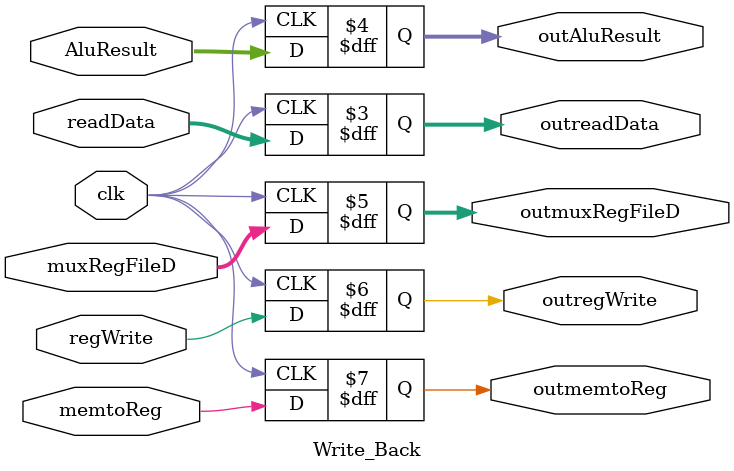
<source format=v>
module Write_Back(
    input clk,
    input [31:0]readData,//Sale de la memoria
    input [31:0]AluResult,
    input [4:0]muxRegFileD,
    input regWrite,//WB
    input memtoReg,//WB
    /*Salidas*/
    output reg [31:0]outreadData,
    output reg [31:0]outAluResult,
    output reg [4:0]outmuxRegFileD,
    output reg outregWrite,
    output reg outmemtoReg
);

initial begin
    outreadData=0;
    outAluResult=0;
    outmuxRegFileD=0;
    outregWrite=0;
    outmemtoReg=0;
end

always @(posedge clk)begin
    outreadData<=readData;
    outAluResult<=AluResult;
    outmuxRegFileD<=muxRegFileD;
    outregWrite<=regWrite;
    outmemtoReg<=memtoReg;
end

endmodule

</source>
